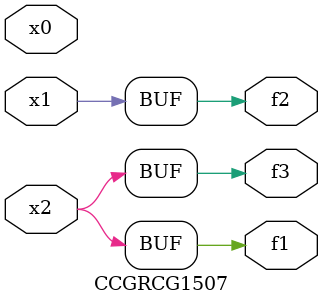
<source format=v>
module CCGRCG1507(
	input x0, x1, x2,
	output f1, f2, f3
);
	assign f1 = x2;
	assign f2 = x1;
	assign f3 = x2;
endmodule

</source>
